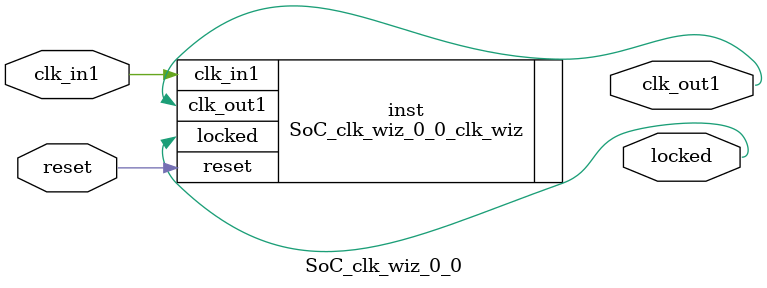
<source format=v>


`timescale 1ps/1ps

(* CORE_GENERATION_INFO = "SoC_clk_wiz_0_0,clk_wiz_v6_0_5_0_0,{component_name=SoC_clk_wiz_0_0,use_phase_alignment=true,use_min_o_jitter=false,use_max_i_jitter=false,use_dyn_phase_shift=false,use_inclk_switchover=false,use_dyn_reconfig=false,enable_axi=0,feedback_source=FDBK_AUTO,PRIMITIVE=MMCM,num_out_clk=1,clkin1_period=10.000,clkin2_period=10.000,use_power_down=false,use_reset=true,use_locked=true,use_inclk_stopped=false,feedback_type=SINGLE,CLOCK_MGR_TYPE=NA,manual_override=false}" *)

module SoC_clk_wiz_0_0 
 (
  // Clock out ports
  output        clk_out1,
  // Status and control signals
  input         reset,
  output        locked,
 // Clock in ports
  input         clk_in1
 );

  SoC_clk_wiz_0_0_clk_wiz inst
  (
  // Clock out ports  
  .clk_out1(clk_out1),
  // Status and control signals               
  .reset(reset), 
  .locked(locked),
 // Clock in ports
  .clk_in1(clk_in1)
  );

endmodule

</source>
